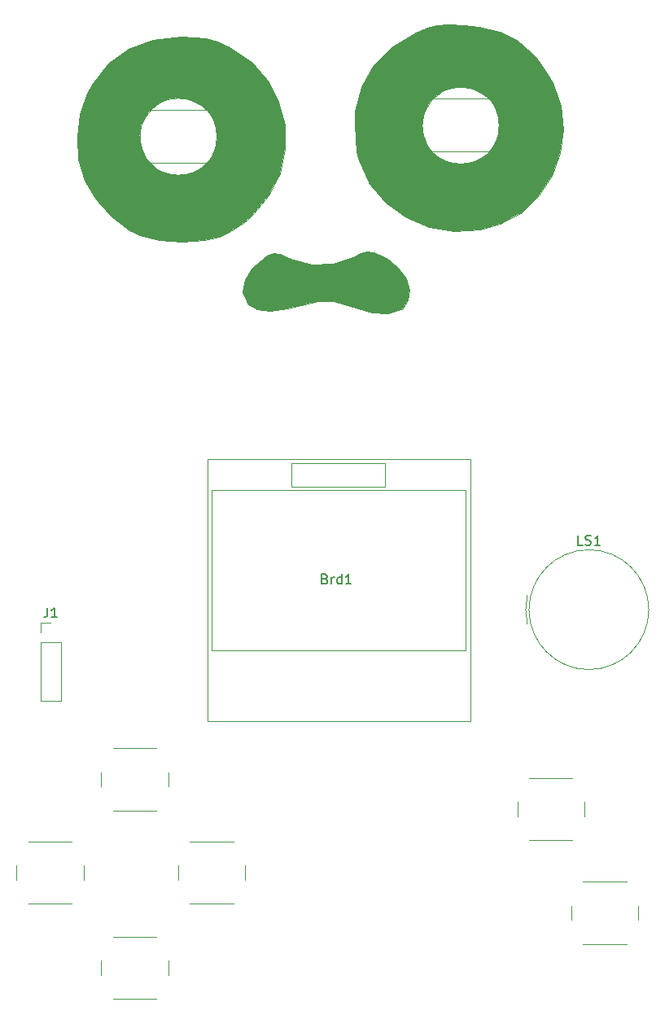
<source format=gbr>
G04 #@! TF.GenerationSoftware,KiCad,Pcbnew,8.0.5-8.0.5-0~ubuntu24.04.1*
G04 #@! TF.CreationDate,2024-10-05T11:59:27+09:00*
G04 #@! TF.ProjectId,gopher_rp2040_sw,676f7068-6572-45f7-9270-323034305f73,rev?*
G04 #@! TF.SameCoordinates,Original*
G04 #@! TF.FileFunction,Legend,Top*
G04 #@! TF.FilePolarity,Positive*
%FSLAX46Y46*%
G04 Gerber Fmt 4.6, Leading zero omitted, Abs format (unit mm)*
G04 Created by KiCad (PCBNEW 8.0.5-8.0.5-0~ubuntu24.04.1) date 2024-10-05 11:59:27*
%MOMM*%
%LPD*%
G01*
G04 APERTURE LIST*
%ADD10C,0.150000*%
%ADD11C,0.120000*%
%ADD12C,0.100000*%
G04 APERTURE END LIST*
D10*
X116753333Y-124985009D02*
X116896190Y-125032628D01*
X116896190Y-125032628D02*
X116943809Y-125080247D01*
X116943809Y-125080247D02*
X116991428Y-125175485D01*
X116991428Y-125175485D02*
X116991428Y-125318342D01*
X116991428Y-125318342D02*
X116943809Y-125413580D01*
X116943809Y-125413580D02*
X116896190Y-125461200D01*
X116896190Y-125461200D02*
X116800952Y-125508819D01*
X116800952Y-125508819D02*
X116420000Y-125508819D01*
X116420000Y-125508819D02*
X116420000Y-124508819D01*
X116420000Y-124508819D02*
X116753333Y-124508819D01*
X116753333Y-124508819D02*
X116848571Y-124556438D01*
X116848571Y-124556438D02*
X116896190Y-124604057D01*
X116896190Y-124604057D02*
X116943809Y-124699295D01*
X116943809Y-124699295D02*
X116943809Y-124794533D01*
X116943809Y-124794533D02*
X116896190Y-124889771D01*
X116896190Y-124889771D02*
X116848571Y-124937390D01*
X116848571Y-124937390D02*
X116753333Y-124985009D01*
X116753333Y-124985009D02*
X116420000Y-124985009D01*
X117420000Y-125508819D02*
X117420000Y-124842152D01*
X117420000Y-125032628D02*
X117467619Y-124937390D01*
X117467619Y-124937390D02*
X117515238Y-124889771D01*
X117515238Y-124889771D02*
X117610476Y-124842152D01*
X117610476Y-124842152D02*
X117705714Y-124842152D01*
X118467619Y-125508819D02*
X118467619Y-124508819D01*
X118467619Y-125461200D02*
X118372381Y-125508819D01*
X118372381Y-125508819D02*
X118181905Y-125508819D01*
X118181905Y-125508819D02*
X118086667Y-125461200D01*
X118086667Y-125461200D02*
X118039048Y-125413580D01*
X118039048Y-125413580D02*
X117991429Y-125318342D01*
X117991429Y-125318342D02*
X117991429Y-125032628D01*
X117991429Y-125032628D02*
X118039048Y-124937390D01*
X118039048Y-124937390D02*
X118086667Y-124889771D01*
X118086667Y-124889771D02*
X118181905Y-124842152D01*
X118181905Y-124842152D02*
X118372381Y-124842152D01*
X118372381Y-124842152D02*
X118467619Y-124889771D01*
X119467619Y-125508819D02*
X118896191Y-125508819D01*
X119181905Y-125508819D02*
X119181905Y-124508819D01*
X119181905Y-124508819D02*
X119086667Y-124651676D01*
X119086667Y-124651676D02*
X118991429Y-124746914D01*
X118991429Y-124746914D02*
X118896191Y-124794533D01*
X87866666Y-127994819D02*
X87866666Y-128709104D01*
X87866666Y-128709104D02*
X87819047Y-128851961D01*
X87819047Y-128851961D02*
X87723809Y-128947200D01*
X87723809Y-128947200D02*
X87580952Y-128994819D01*
X87580952Y-128994819D02*
X87485714Y-128994819D01*
X88866666Y-128994819D02*
X88295238Y-128994819D01*
X88580952Y-128994819D02*
X88580952Y-127994819D01*
X88580952Y-127994819D02*
X88485714Y-128137676D01*
X88485714Y-128137676D02*
X88390476Y-128232914D01*
X88390476Y-128232914D02*
X88295238Y-128280533D01*
X143557142Y-121484819D02*
X143080952Y-121484819D01*
X143080952Y-121484819D02*
X143080952Y-120484819D01*
X143842857Y-121437200D02*
X143985714Y-121484819D01*
X143985714Y-121484819D02*
X144223809Y-121484819D01*
X144223809Y-121484819D02*
X144319047Y-121437200D01*
X144319047Y-121437200D02*
X144366666Y-121389580D01*
X144366666Y-121389580D02*
X144414285Y-121294342D01*
X144414285Y-121294342D02*
X144414285Y-121199104D01*
X144414285Y-121199104D02*
X144366666Y-121103866D01*
X144366666Y-121103866D02*
X144319047Y-121056247D01*
X144319047Y-121056247D02*
X144223809Y-121008628D01*
X144223809Y-121008628D02*
X144033333Y-120961009D01*
X144033333Y-120961009D02*
X143938095Y-120913390D01*
X143938095Y-120913390D02*
X143890476Y-120865771D01*
X143890476Y-120865771D02*
X143842857Y-120770533D01*
X143842857Y-120770533D02*
X143842857Y-120675295D01*
X143842857Y-120675295D02*
X143890476Y-120580057D01*
X143890476Y-120580057D02*
X143938095Y-120532438D01*
X143938095Y-120532438D02*
X144033333Y-120484819D01*
X144033333Y-120484819D02*
X144271428Y-120484819D01*
X144271428Y-120484819D02*
X144414285Y-120532438D01*
X145366666Y-121484819D02*
X144795238Y-121484819D01*
X145080952Y-121484819D02*
X145080952Y-120484819D01*
X145080952Y-120484819D02*
X144985714Y-120627676D01*
X144985714Y-120627676D02*
X144890476Y-120722914D01*
X144890476Y-120722914D02*
X144795238Y-120770533D01*
D11*
X97800000Y-76250000D02*
X105100000Y-76250000D01*
X97800000Y-81750000D02*
X105100000Y-81750000D01*
X105100000Y-81750000D02*
X105100000Y-80600000D01*
X127200000Y-75050000D02*
X134500000Y-75050000D01*
X127200000Y-80550000D02*
X134500000Y-80550000D01*
X134500000Y-80550000D02*
X134500000Y-79400000D01*
X104520000Y-112500000D02*
X131920000Y-112500000D01*
X104520000Y-139800000D02*
X104520000Y-112500000D01*
X104942000Y-115795000D02*
X128042000Y-115795000D01*
X104942000Y-132395000D02*
X104942000Y-115795000D01*
X113221000Y-112989000D02*
X113221000Y-115402000D01*
X113221000Y-112989000D02*
X123000000Y-112989000D01*
X123000000Y-112989000D02*
X123000000Y-115402000D01*
X123000000Y-115402000D02*
X113221000Y-115402000D01*
X128042000Y-115795000D02*
X131128000Y-115795000D01*
X128042000Y-132395000D02*
X104942000Y-132395000D01*
X128042000Y-132395000D02*
X131382000Y-132420000D01*
X131382000Y-115783000D02*
X131128000Y-115795000D01*
X131382000Y-132420000D02*
X131382000Y-115783000D01*
X131920000Y-112500000D02*
X131920000Y-139800000D01*
X131920000Y-139800000D02*
X104520000Y-139800000D01*
X136750000Y-148200000D02*
X136750000Y-149700000D01*
X138000000Y-152200000D02*
X142500000Y-152200000D01*
X142500000Y-145700000D02*
X138000000Y-145700000D01*
X143750000Y-149700000D02*
X143750000Y-148200000D01*
X84650000Y-154800000D02*
X84650000Y-156300000D01*
X85900000Y-158800000D02*
X90400000Y-158800000D01*
X90400000Y-152300000D02*
X85900000Y-152300000D01*
X91650000Y-156300000D02*
X91650000Y-154800000D01*
X93450000Y-164700000D02*
X93450000Y-166200000D01*
X94700000Y-168700000D02*
X99200000Y-168700000D01*
X99200000Y-162200000D02*
X94700000Y-162200000D01*
X100450000Y-166200000D02*
X100450000Y-164700000D01*
X87140000Y-129540000D02*
X88200000Y-129540000D01*
X87140000Y-130600000D02*
X87140000Y-129540000D01*
X87140000Y-131600000D02*
X87140000Y-137660000D01*
X87140000Y-131600000D02*
X89260000Y-131600000D01*
X87140000Y-137660000D02*
X89260000Y-137660000D01*
X89260000Y-131600000D02*
X89260000Y-137660000D01*
X93450000Y-145100000D02*
X93450000Y-146600000D01*
X94700000Y-149100000D02*
X99200000Y-149100000D01*
X99200000Y-142600000D02*
X94700000Y-142600000D01*
X100450000Y-146600000D02*
X100450000Y-145100000D01*
X101450000Y-154800000D02*
X101450000Y-156300000D01*
X102700000Y-158800000D02*
X107200000Y-158800000D01*
X107200000Y-152300000D02*
X102700000Y-152300000D01*
X108450000Y-156300000D02*
X108450000Y-154800000D01*
X142350000Y-159000000D02*
X142350000Y-160500000D01*
X143600000Y-163000000D02*
X148100000Y-163000000D01*
X148100000Y-156500000D02*
X143600000Y-156500000D01*
X149350000Y-160500000D02*
X149350000Y-159000000D01*
X137800000Y-129699999D02*
G75*
G02*
X137800000Y-126700000I6400000J1499999D01*
G01*
X150430000Y-128200000D02*
G75*
G02*
X137970000Y-128200000I-6230000J0D01*
G01*
X137970000Y-128200000D02*
G75*
G02*
X150430000Y-128200000I6230000J0D01*
G01*
D12*
X127460000Y-75690000D02*
X127080000Y-76430000D01*
X126860000Y-77350000D01*
X126840000Y-78180000D01*
X126950000Y-78810000D01*
X127400000Y-79900000D01*
X127930000Y-80580000D01*
X128720000Y-81270000D01*
X129800000Y-81740000D01*
X130760000Y-81870000D01*
X131620000Y-81810000D01*
X132240000Y-81630000D01*
X132830000Y-81330000D01*
X133420000Y-80940000D01*
X133930000Y-80470000D01*
X134290000Y-79920000D01*
X134700000Y-79080000D01*
X134850000Y-78240000D01*
X134880000Y-77660000D01*
X141250000Y-75770000D01*
X141500000Y-78270000D01*
X141200000Y-80740000D01*
X140370000Y-83050000D01*
X139020000Y-85120000D01*
X137200000Y-86850000D01*
X134900000Y-88090000D01*
X132880000Y-88650000D01*
X130160000Y-88840000D01*
X127550000Y-88410000D01*
X125190000Y-87410000D01*
X123080000Y-85880000D01*
X121400000Y-83910000D01*
X120240000Y-81450000D01*
X120050000Y-80650000D01*
X119910000Y-79220000D01*
X119850000Y-77750000D01*
X119860000Y-76410000D01*
X120520000Y-73820000D01*
X127460000Y-75690000D01*
G36*
X127460000Y-75690000D02*
G01*
X127080000Y-76430000D01*
X126860000Y-77350000D01*
X126840000Y-78180000D01*
X126950000Y-78810000D01*
X127400000Y-79900000D01*
X127930000Y-80580000D01*
X128720000Y-81270000D01*
X129800000Y-81740000D01*
X130760000Y-81870000D01*
X131620000Y-81810000D01*
X132240000Y-81630000D01*
X132830000Y-81330000D01*
X133420000Y-80940000D01*
X133930000Y-80470000D01*
X134290000Y-79920000D01*
X134700000Y-79080000D01*
X134850000Y-78240000D01*
X134880000Y-77660000D01*
X141250000Y-75770000D01*
X141500000Y-78270000D01*
X141200000Y-80740000D01*
X140370000Y-83050000D01*
X139020000Y-85120000D01*
X137200000Y-86850000D01*
X134900000Y-88090000D01*
X132880000Y-88650000D01*
X130160000Y-88840000D01*
X127550000Y-88410000D01*
X125190000Y-87410000D01*
X123080000Y-85880000D01*
X121400000Y-83910000D01*
X120240000Y-81450000D01*
X120050000Y-80650000D01*
X119910000Y-79220000D01*
X119850000Y-77750000D01*
X119860000Y-76410000D01*
X120520000Y-73820000D01*
X127460000Y-75690000D01*
G37*
X97610000Y-77880000D02*
X97460000Y-79210000D01*
X97650000Y-80220000D01*
X98070000Y-81180000D01*
X98570000Y-81760000D01*
X99240000Y-82360000D01*
X100160000Y-82800000D01*
X100980000Y-83010000D01*
X101880000Y-83000000D01*
X102790000Y-82840000D01*
X103650000Y-82430000D01*
X104320000Y-81890000D01*
X104860000Y-81200000D01*
X105320000Y-80320000D01*
X105530000Y-79290000D01*
X105500000Y-79010000D01*
X112570000Y-77780000D01*
X112610000Y-80300000D01*
X112070000Y-82780000D01*
X110900000Y-85130000D01*
X109260000Y-87090000D01*
X106910000Y-88840000D01*
X105730000Y-89400000D01*
X104230000Y-89780000D01*
X101920000Y-89970000D01*
X99560000Y-89790000D01*
X97490000Y-89250000D01*
X96440000Y-88730000D01*
X94560000Y-87310000D01*
X92960000Y-85560000D01*
X91730000Y-83590000D01*
X91110000Y-81420000D01*
X90950000Y-79030000D01*
X91260000Y-76610000D01*
X97610000Y-77880000D01*
G36*
X97610000Y-77880000D02*
G01*
X97460000Y-79210000D01*
X97650000Y-80220000D01*
X98070000Y-81180000D01*
X98570000Y-81760000D01*
X99240000Y-82360000D01*
X100160000Y-82800000D01*
X100980000Y-83010000D01*
X101880000Y-83000000D01*
X102790000Y-82840000D01*
X103650000Y-82430000D01*
X104320000Y-81890000D01*
X104860000Y-81200000D01*
X105320000Y-80320000D01*
X105530000Y-79290000D01*
X105500000Y-79010000D01*
X112570000Y-77780000D01*
X112610000Y-80300000D01*
X112070000Y-82780000D01*
X110900000Y-85130000D01*
X109260000Y-87090000D01*
X106910000Y-88840000D01*
X105730000Y-89400000D01*
X104230000Y-89780000D01*
X101920000Y-89970000D01*
X99560000Y-89790000D01*
X97490000Y-89250000D01*
X96440000Y-88730000D01*
X94560000Y-87310000D01*
X92960000Y-85560000D01*
X91730000Y-83590000D01*
X91110000Y-81420000D01*
X90950000Y-79030000D01*
X91260000Y-76610000D01*
X97610000Y-77880000D01*
G37*
X121830000Y-91040000D02*
X123130000Y-91640000D01*
X124330000Y-92600000D01*
X125160000Y-93780000D01*
X125510000Y-94970000D01*
X125390000Y-96070000D01*
X124760000Y-96920000D01*
X124640000Y-97000000D01*
X123330000Y-97420000D01*
X121660000Y-97330000D01*
X119920000Y-96790000D01*
X119360000Y-96580000D01*
X117690000Y-96110000D01*
X116080000Y-96120000D01*
X112840000Y-96900000D01*
X111050000Y-97110000D01*
X109660000Y-96940000D01*
X108780000Y-96430000D01*
X108650000Y-96280000D01*
X108210000Y-95150000D01*
X108400000Y-93880000D01*
X109160000Y-92650000D01*
X110080000Y-91870000D01*
X110440000Y-91560000D01*
X110860000Y-91310000D01*
X111420000Y-91110000D01*
X112080000Y-91190000D01*
X113160000Y-91710000D01*
X115360000Y-92280000D01*
X117580000Y-92190000D01*
X119710000Y-91540000D01*
X120490000Y-91160000D01*
X121150000Y-90970000D01*
X121830000Y-91040000D01*
G36*
X121830000Y-91040000D02*
G01*
X123130000Y-91640000D01*
X124330000Y-92600000D01*
X125160000Y-93780000D01*
X125510000Y-94970000D01*
X125390000Y-96070000D01*
X124760000Y-96920000D01*
X124640000Y-97000000D01*
X123330000Y-97420000D01*
X121660000Y-97330000D01*
X119920000Y-96790000D01*
X119360000Y-96580000D01*
X117690000Y-96110000D01*
X116080000Y-96120000D01*
X112840000Y-96900000D01*
X111050000Y-97110000D01*
X109660000Y-96940000D01*
X108780000Y-96430000D01*
X108650000Y-96280000D01*
X108210000Y-95150000D01*
X108400000Y-93880000D01*
X109160000Y-92650000D01*
X110080000Y-91870000D01*
X110440000Y-91560000D01*
X110860000Y-91310000D01*
X111420000Y-91110000D01*
X112080000Y-91190000D01*
X113160000Y-91710000D01*
X115360000Y-92280000D01*
X117580000Y-92190000D01*
X119710000Y-91540000D01*
X120490000Y-91160000D01*
X121150000Y-90970000D01*
X121830000Y-91040000D01*
G37*
X104370000Y-68780000D02*
X105530000Y-69090000D01*
X106830000Y-69700000D01*
X109100000Y-71220000D01*
X110810000Y-73190000D01*
X111940000Y-75380000D01*
X112570000Y-77780000D01*
X105500000Y-79010000D01*
X105380000Y-77840000D01*
X105020000Y-77030000D01*
X104510000Y-76310000D01*
X103870000Y-75750000D01*
X103150000Y-75330000D01*
X102350000Y-75060000D01*
X101580000Y-74980000D01*
X100720000Y-75060000D01*
X100130000Y-75240000D01*
X99550000Y-75490000D01*
X99180000Y-75720000D01*
X98800000Y-76010000D01*
X98310000Y-76560000D01*
X98010000Y-77010000D01*
X97690000Y-77690000D01*
X97610000Y-77880000D01*
X91260000Y-76610000D01*
X91980000Y-74550000D01*
X92510000Y-73600000D01*
X94240000Y-71410000D01*
X96360000Y-69880000D01*
X98880000Y-68930000D01*
X101830000Y-68620000D01*
X104370000Y-68780000D01*
G36*
X104370000Y-68780000D02*
G01*
X105530000Y-69090000D01*
X106830000Y-69700000D01*
X109100000Y-71220000D01*
X110810000Y-73190000D01*
X111940000Y-75380000D01*
X112570000Y-77780000D01*
X105500000Y-79010000D01*
X105380000Y-77840000D01*
X105020000Y-77030000D01*
X104510000Y-76310000D01*
X103870000Y-75750000D01*
X103150000Y-75330000D01*
X102350000Y-75060000D01*
X101580000Y-74980000D01*
X100720000Y-75060000D01*
X100130000Y-75240000D01*
X99550000Y-75490000D01*
X99180000Y-75720000D01*
X98800000Y-76010000D01*
X98310000Y-76560000D01*
X98010000Y-77010000D01*
X97690000Y-77690000D01*
X97610000Y-77880000D01*
X91260000Y-76610000D01*
X91980000Y-74550000D01*
X92510000Y-73600000D01*
X94240000Y-71410000D01*
X96360000Y-69880000D01*
X98880000Y-68930000D01*
X101830000Y-68620000D01*
X104370000Y-68780000D01*
G37*
X131160000Y-67390000D02*
X132760000Y-67550000D01*
X134930000Y-68070000D01*
X136760000Y-69040000D01*
X138400000Y-70470000D01*
X139000000Y-71130000D01*
X140410000Y-73350000D01*
X141250000Y-75770000D01*
X134880000Y-77660000D01*
X134810000Y-77030000D01*
X134450000Y-75970000D01*
X133880000Y-75150000D01*
X133240000Y-74570000D01*
X132110000Y-74020000D01*
X131240000Y-73830000D01*
X130460000Y-73830000D01*
X129920000Y-73920000D01*
X129260000Y-74140000D01*
X128850000Y-74360000D01*
X128400000Y-74670000D01*
X128050000Y-74960000D01*
X127790000Y-75230000D01*
X127460000Y-75690000D01*
X120520000Y-73820000D01*
X121830000Y-71550000D01*
X123680000Y-69690000D01*
X126240000Y-68150000D01*
X127400000Y-67650000D01*
X128380000Y-67400000D01*
X129560000Y-67330000D01*
X131160000Y-67390000D01*
G36*
X131160000Y-67390000D02*
G01*
X132760000Y-67550000D01*
X134930000Y-68070000D01*
X136760000Y-69040000D01*
X138400000Y-70470000D01*
X139000000Y-71130000D01*
X140410000Y-73350000D01*
X141250000Y-75770000D01*
X134880000Y-77660000D01*
X134810000Y-77030000D01*
X134450000Y-75970000D01*
X133880000Y-75150000D01*
X133240000Y-74570000D01*
X132110000Y-74020000D01*
X131240000Y-73830000D01*
X130460000Y-73830000D01*
X129920000Y-73920000D01*
X129260000Y-74140000D01*
X128850000Y-74360000D01*
X128400000Y-74670000D01*
X128050000Y-74960000D01*
X127790000Y-75230000D01*
X127460000Y-75690000D01*
X120520000Y-73820000D01*
X121830000Y-71550000D01*
X123680000Y-69690000D01*
X126240000Y-68150000D01*
X127400000Y-67650000D01*
X128380000Y-67400000D01*
X129560000Y-67330000D01*
X131160000Y-67390000D01*
G37*
X108790000Y-87540000D02*
X108280000Y-87960000D01*
X107850000Y-88250000D01*
X107070000Y-88730000D01*
X107390000Y-88420000D01*
X109260000Y-87090000D01*
X108790000Y-87540000D01*
G36*
X108790000Y-87540000D02*
G01*
X108280000Y-87960000D01*
X107850000Y-88250000D01*
X107070000Y-88730000D01*
X107390000Y-88420000D01*
X109260000Y-87090000D01*
X108790000Y-87540000D01*
G37*
D11*
X134860000Y-77840000D02*
G75*
G02*
X126873288Y-77840000I-3993356J0D01*
G01*
X126873288Y-77840000D02*
G75*
G02*
X134860000Y-77840000I3993356J0D01*
G01*
X105500000Y-79010000D02*
G75*
G02*
X97513288Y-79010000I-3993356J0D01*
G01*
X97513288Y-79010000D02*
G75*
G02*
X105500000Y-79010000I3993356J0D01*
G01*
M02*

</source>
